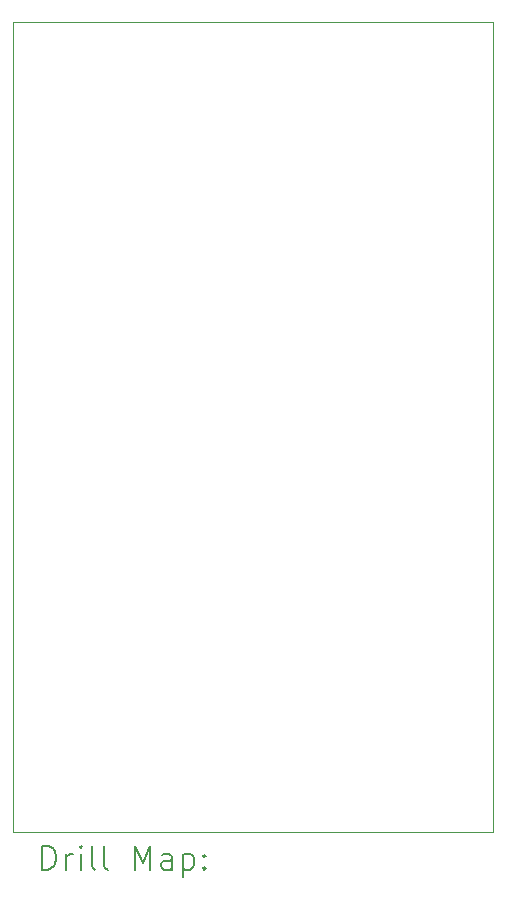
<source format=gbr>
%FSLAX45Y45*%
G04 Gerber Fmt 4.5, Leading zero omitted, Abs format (unit mm)*
G04 Created by KiCad (PCBNEW 6.0.2+dfsg-1) date 2022-08-28 17:00:19*
%MOMM*%
%LPD*%
G01*
G04 APERTURE LIST*
%TA.AperFunction,Profile*%
%ADD10C,0.100000*%
%TD*%
%ADD11C,0.200000*%
G04 APERTURE END LIST*
D10*
X8382000Y-16129000D02*
X8382000Y-9271000D01*
X12446000Y-16129000D02*
X8382000Y-16129000D01*
X12446000Y-9271000D02*
X12446000Y-16129000D01*
X8382000Y-9271000D02*
X12446000Y-9271000D01*
D11*
X8634619Y-16444476D02*
X8634619Y-16244476D01*
X8682238Y-16244476D01*
X8710810Y-16254000D01*
X8729857Y-16273048D01*
X8739381Y-16292095D01*
X8748905Y-16330190D01*
X8748905Y-16358762D01*
X8739381Y-16396857D01*
X8729857Y-16415905D01*
X8710810Y-16434952D01*
X8682238Y-16444476D01*
X8634619Y-16444476D01*
X8834619Y-16444476D02*
X8834619Y-16311143D01*
X8834619Y-16349238D02*
X8844143Y-16330190D01*
X8853667Y-16320667D01*
X8872714Y-16311143D01*
X8891762Y-16311143D01*
X8958429Y-16444476D02*
X8958429Y-16311143D01*
X8958429Y-16244476D02*
X8948905Y-16254000D01*
X8958429Y-16263524D01*
X8967952Y-16254000D01*
X8958429Y-16244476D01*
X8958429Y-16263524D01*
X9082238Y-16444476D02*
X9063190Y-16434952D01*
X9053667Y-16415905D01*
X9053667Y-16244476D01*
X9187000Y-16444476D02*
X9167952Y-16434952D01*
X9158429Y-16415905D01*
X9158429Y-16244476D01*
X9415571Y-16444476D02*
X9415571Y-16244476D01*
X9482238Y-16387333D01*
X9548905Y-16244476D01*
X9548905Y-16444476D01*
X9729857Y-16444476D02*
X9729857Y-16339714D01*
X9720333Y-16320667D01*
X9701286Y-16311143D01*
X9663190Y-16311143D01*
X9644143Y-16320667D01*
X9729857Y-16434952D02*
X9710810Y-16444476D01*
X9663190Y-16444476D01*
X9644143Y-16434952D01*
X9634619Y-16415905D01*
X9634619Y-16396857D01*
X9644143Y-16377809D01*
X9663190Y-16368286D01*
X9710810Y-16368286D01*
X9729857Y-16358762D01*
X9825095Y-16311143D02*
X9825095Y-16511143D01*
X9825095Y-16320667D02*
X9844143Y-16311143D01*
X9882238Y-16311143D01*
X9901286Y-16320667D01*
X9910810Y-16330190D01*
X9920333Y-16349238D01*
X9920333Y-16406381D01*
X9910810Y-16425428D01*
X9901286Y-16434952D01*
X9882238Y-16444476D01*
X9844143Y-16444476D01*
X9825095Y-16434952D01*
X10006048Y-16425428D02*
X10015571Y-16434952D01*
X10006048Y-16444476D01*
X9996524Y-16434952D01*
X10006048Y-16425428D01*
X10006048Y-16444476D01*
X10006048Y-16320667D02*
X10015571Y-16330190D01*
X10006048Y-16339714D01*
X9996524Y-16330190D01*
X10006048Y-16320667D01*
X10006048Y-16339714D01*
M02*

</source>
